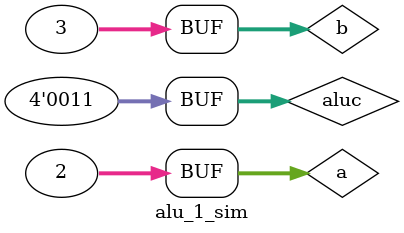
<source format=v>
`timescale 1ns / 1ps


module alu_1_sim(
    );
    reg [31:0] a,b;
    reg [3:0] aluc;
    wire [31:0] r;
    wire z;
    alu alutest(a,b,aluc,r,z);
    
    always 
    begin
            a=32'h00000002;
            b=32'h00000003;
            aluc = 4'b0011;
            #500;
            
        end
endmodule

</source>
